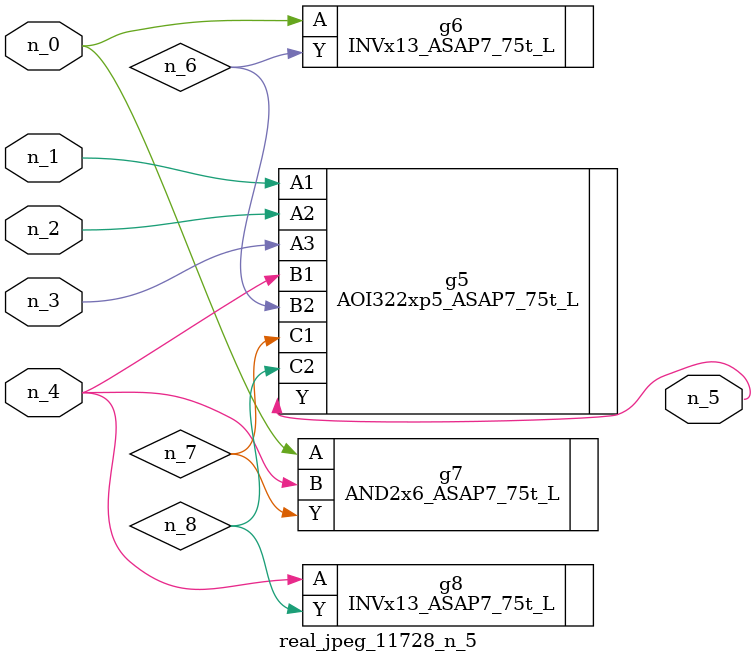
<source format=v>
module real_jpeg_11728_n_5 (n_4, n_0, n_1, n_2, n_3, n_5);

input n_4;
input n_0;
input n_1;
input n_2;
input n_3;

output n_5;

wire n_8;
wire n_6;
wire n_7;

INVx13_ASAP7_75t_L g6 ( 
.A(n_0),
.Y(n_6)
);

AND2x6_ASAP7_75t_L g7 ( 
.A(n_0),
.B(n_4),
.Y(n_7)
);

AOI322xp5_ASAP7_75t_L g5 ( 
.A1(n_1),
.A2(n_2),
.A3(n_3),
.B1(n_4),
.B2(n_6),
.C1(n_7),
.C2(n_8),
.Y(n_5)
);

INVx13_ASAP7_75t_L g8 ( 
.A(n_4),
.Y(n_8)
);


endmodule
</source>
